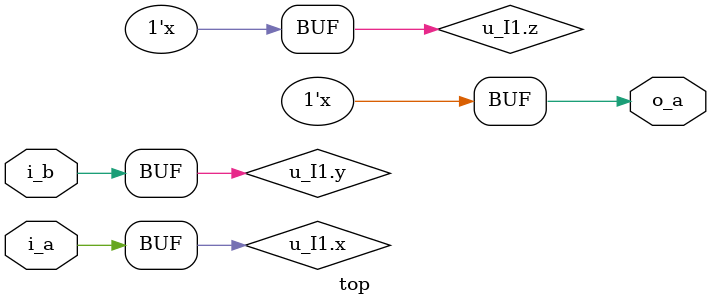
<source format=v>
/* Generated by Yosys 0.27 (git sha1 5f88c218b, gcc 8.5.0 -fPIC -Os) */

(* top =  1  *)
(* interfaces_replaced_in_module =  1  *)
(* src = "testcases/interface_input_interface.sv:22.1-39.10" *)
module top(i_a, i_b, o_a);
  (* src = "testcases/interface_input_interface.sv:23.17-23.20" *)
  input i_a;
  wire i_a;
  (* src = "testcases/interface_input_interface.sv:24.17-24.20" *)
  input i_b;
  wire i_b;
  (* src = "testcases/interface_input_interface.sv:25.18-25.21" *)
  output o_a;
  wire o_a;
  (* src = "testcases/interface_input_interface.sv:0.0-0.0" *)
  (* unused_bits = "0" *)
  wire \u_I1.x ;
  (* src = "testcases/interface_input_interface.sv:0.0-0.0" *)
  (* unused_bits = "0" *)
  wire \u_I1.y ;
  (* src = "testcases/interface_input_interface.sv:0.0-0.0" *)
  wire \u_I1.z ;
  assign o_a = 1'hx;
  assign \u_I1.x  = i_a;
  assign \u_I1.y  = i_b;
  assign \u_I1.z  = 1'hx;
endmodule

</source>
